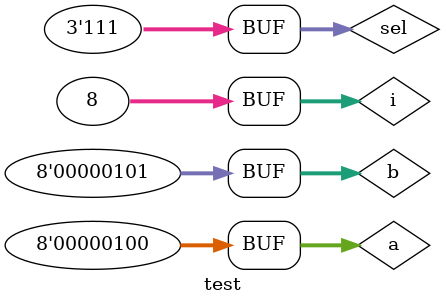
<source format=sv>
module test;
  reg[7:0] a,b;
  reg[2:0] sel;
  wire[7:0] out;
  wire c_out;
  integer i;
  alu a1(.a(a), .b(b), .sel(sel), .c_out(c_out), .out(out));
  initial begin
    $monitor("Sim time %t, a %b, b %b, sel %b, c_out %b, out %b", $time,a,b,sel,c_out,out);
    a = 8'b100;
    b = 8'b101;
    sel = 3'b000;
    for( i=0; i<8; i= i+1)
      begin
        sel = i;
        #5;
      end
    
  end
  initial begin
    $dumpfile("dump.vcd");
   $dumpvars;
  end    
endmodule

</source>
